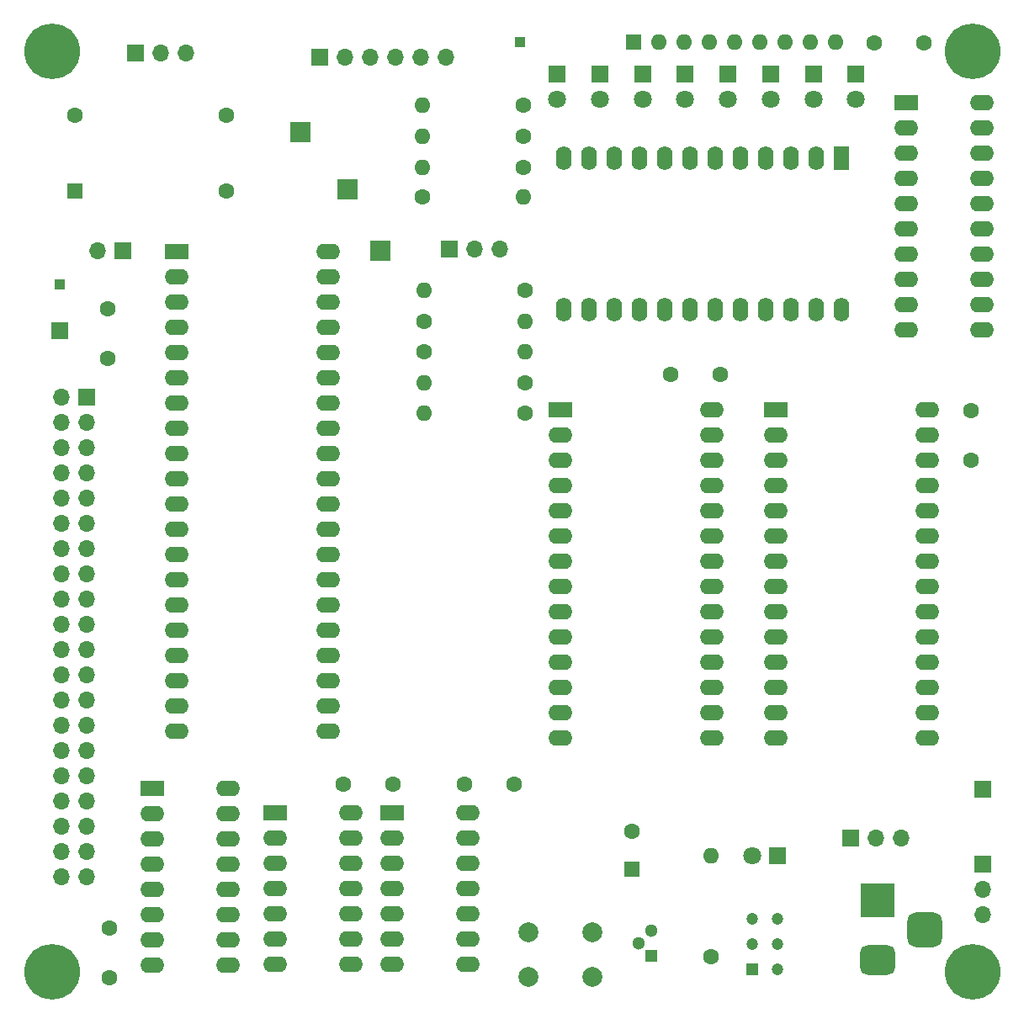
<source format=gts>
G04 #@! TF.GenerationSoftware,KiCad,Pcbnew,(6.0.8-1)-1*
G04 #@! TF.CreationDate,2022-10-22T00:17:54-05:00*
G04 #@! TF.ProjectId,YAsixtyfive02,59417369-7874-4796-9669-766530322e6b,rev?*
G04 #@! TF.SameCoordinates,Original*
G04 #@! TF.FileFunction,Soldermask,Top*
G04 #@! TF.FilePolarity,Negative*
%FSLAX46Y46*%
G04 Gerber Fmt 4.6, Leading zero omitted, Abs format (unit mm)*
G04 Created by KiCad (PCBNEW (6.0.8-1)-1) date 2022-10-22 00:17:54*
%MOMM*%
%LPD*%
G01*
G04 APERTURE LIST*
G04 Aperture macros list*
%AMRoundRect*
0 Rectangle with rounded corners*
0 $1 Rounding radius*
0 $2 $3 $4 $5 $6 $7 $8 $9 X,Y pos of 4 corners*
0 Add a 4 corners polygon primitive as box body*
4,1,4,$2,$3,$4,$5,$6,$7,$8,$9,$2,$3,0*
0 Add four circle primitives for the rounded corners*
1,1,$1+$1,$2,$3*
1,1,$1+$1,$4,$5*
1,1,$1+$1,$6,$7*
1,1,$1+$1,$8,$9*
0 Add four rect primitives between the rounded corners*
20,1,$1+$1,$2,$3,$4,$5,0*
20,1,$1+$1,$4,$5,$6,$7,0*
20,1,$1+$1,$6,$7,$8,$9,0*
20,1,$1+$1,$8,$9,$2,$3,0*%
G04 Aperture macros list end*
%ADD10R,1.600000X1.600000*%
%ADD11C,1.600000*%
%ADD12R,1.800000X1.800000*%
%ADD13C,1.800000*%
%ADD14C,3.600000*%
%ADD15C,5.600000*%
%ADD16R,1.700000X1.700000*%
%ADD17O,1.700000X1.700000*%
%ADD18O,1.600000X1.600000*%
%ADD19R,2.000000X2.000000*%
%ADD20R,1.300000X1.300000*%
%ADD21C,1.300000*%
%ADD22R,2.400000X1.600000*%
%ADD23O,2.400000X1.600000*%
%ADD24C,2.000000*%
%ADD25R,1.600000X2.400000*%
%ADD26O,1.600000X2.400000*%
%ADD27R,3.500000X3.500000*%
%ADD28RoundRect,0.750000X1.000000X-0.750000X1.000000X0.750000X-1.000000X0.750000X-1.000000X-0.750000X0*%
%ADD29RoundRect,0.875000X0.875000X-0.875000X0.875000X0.875000X-0.875000X0.875000X-0.875000X-0.875000X0*%
%ADD30R,1.000000X1.000000*%
%ADD31R,1.200000X1.200000*%
%ADD32C,1.200000*%
G04 APERTURE END LIST*
D10*
X92989400Y-135940051D03*
D11*
X92989400Y-132140051D03*
X63921000Y-127431800D03*
X68921000Y-127431800D03*
X76123800Y-127431800D03*
X81123800Y-127431800D03*
X40411400Y-141899000D03*
X40411400Y-146899000D03*
D12*
X107645200Y-134620000D03*
D13*
X105105200Y-134620000D03*
D14*
X127254000Y-146304000D03*
D15*
X127254000Y-146304000D03*
D14*
X127254000Y-53721000D03*
D15*
X127254000Y-53721000D03*
D14*
X34671000Y-146304000D03*
D15*
X34671000Y-146304000D03*
D16*
X43061600Y-53829200D03*
D17*
X45601600Y-53829200D03*
X48141600Y-53829200D03*
D16*
X38164400Y-88509200D03*
D17*
X35624400Y-88509200D03*
X38164400Y-91049200D03*
X35624400Y-91049200D03*
X38164400Y-93589200D03*
X35624400Y-93589200D03*
X38164400Y-96129200D03*
X35624400Y-96129200D03*
X38164400Y-98669200D03*
X35624400Y-98669200D03*
X38164400Y-101209200D03*
X35624400Y-101209200D03*
X38164400Y-103749200D03*
X35624400Y-103749200D03*
X38164400Y-106289200D03*
X35624400Y-106289200D03*
X38164400Y-108829200D03*
X35624400Y-108829200D03*
X38164400Y-111369200D03*
X35624400Y-111369200D03*
X38164400Y-113909200D03*
X35624400Y-113909200D03*
X38164400Y-116449200D03*
X35624400Y-116449200D03*
X38164400Y-118989200D03*
X35624400Y-118989200D03*
X38164400Y-121529200D03*
X35624400Y-121529200D03*
X38164400Y-124069200D03*
X35624400Y-124069200D03*
X38164400Y-126609200D03*
X35624400Y-126609200D03*
X38164400Y-129149200D03*
X35624400Y-129149200D03*
X38164400Y-131689200D03*
X35624400Y-131689200D03*
X38164400Y-134229200D03*
X35624400Y-134229200D03*
X38164400Y-136769200D03*
X35624400Y-136769200D03*
D16*
X41761600Y-73729200D03*
D17*
X39221600Y-73729200D03*
D11*
X100939600Y-144805400D03*
D18*
X100939600Y-134645400D03*
D19*
X67665600Y-73710800D03*
D20*
X94961600Y-144729200D03*
D21*
X93691600Y-143459200D03*
X94961600Y-142189200D03*
D14*
X34671000Y-53721000D03*
D15*
X34671000Y-53721000D03*
D22*
X47167800Y-73812400D03*
D23*
X47167800Y-76352400D03*
X47167800Y-78892400D03*
X47167800Y-81432400D03*
X47167800Y-83972400D03*
X47167800Y-86512400D03*
X47167800Y-89052400D03*
X47167800Y-91592400D03*
X47167800Y-94132400D03*
X47167800Y-96672400D03*
X47167800Y-99212400D03*
X47167800Y-101752400D03*
X47167800Y-104292400D03*
X47167800Y-106832400D03*
X47167800Y-109372400D03*
X47167800Y-111912400D03*
X47167800Y-114452400D03*
X47167800Y-116992400D03*
X47167800Y-119532400D03*
X47167800Y-122072400D03*
X62407800Y-122072400D03*
X62407800Y-119532400D03*
X62407800Y-116992400D03*
X62407800Y-114452400D03*
X62407800Y-111912400D03*
X62407800Y-109372400D03*
X62407800Y-106832400D03*
X62407800Y-104292400D03*
X62407800Y-101752400D03*
X62407800Y-99212400D03*
X62407800Y-96672400D03*
X62407800Y-94132400D03*
X62407800Y-91592400D03*
X62407800Y-89052400D03*
X62407800Y-86512400D03*
X62407800Y-83972400D03*
X62407800Y-81432400D03*
X62407800Y-78892400D03*
X62407800Y-76352400D03*
X62407800Y-73812400D03*
D16*
X128320800Y-127914400D03*
X128270000Y-135483600D03*
D17*
X128270000Y-138023600D03*
X128270000Y-140563600D03*
D11*
X40261600Y-84629200D03*
X40261600Y-79629200D03*
D10*
X36931600Y-67716400D03*
D11*
X52171600Y-67716400D03*
X52171600Y-60096400D03*
X36931600Y-60096400D03*
D19*
X59661600Y-61829200D03*
D24*
X82561600Y-142329200D03*
X89061600Y-142329200D03*
X82561600Y-146829200D03*
X89061600Y-146829200D03*
D16*
X61569600Y-54279800D03*
D17*
X64109600Y-54279800D03*
X66649600Y-54279800D03*
X69189600Y-54279800D03*
X71729600Y-54279800D03*
X74269600Y-54279800D03*
D11*
X82042000Y-62229200D03*
D18*
X71882000Y-62229200D03*
D11*
X82061600Y-65329200D03*
D18*
X71901600Y-65329200D03*
D11*
X71932800Y-68329200D03*
D18*
X82092800Y-68329200D03*
D25*
X114046000Y-64439800D03*
D26*
X111506000Y-64439800D03*
X108966000Y-64439800D03*
X106426000Y-64439800D03*
X103886000Y-64439800D03*
X101346000Y-64439800D03*
X98806000Y-64439800D03*
X96266000Y-64439800D03*
X93726000Y-64439800D03*
X91186000Y-64439800D03*
X88646000Y-64439800D03*
X86106000Y-64439800D03*
X86106000Y-79679800D03*
X88646000Y-79679800D03*
X91186000Y-79679800D03*
X93726000Y-79679800D03*
X96266000Y-79679800D03*
X98806000Y-79679800D03*
X101346000Y-79679800D03*
X103886000Y-79679800D03*
X106426000Y-79679800D03*
X108966000Y-79679800D03*
X111506000Y-79679800D03*
X114046000Y-79679800D03*
D11*
X82042000Y-59129200D03*
D18*
X71882000Y-59129200D03*
D22*
X85826600Y-89789000D03*
D23*
X85826600Y-92329000D03*
X85826600Y-94869000D03*
X85826600Y-97409000D03*
X85826600Y-99949000D03*
X85826600Y-102489000D03*
X85826600Y-105029000D03*
X85826600Y-107569000D03*
X85826600Y-110109000D03*
X85826600Y-112649000D03*
X85826600Y-115189000D03*
X85826600Y-117729000D03*
X85826600Y-120269000D03*
X85826600Y-122809000D03*
X101066600Y-122809000D03*
X101066600Y-120269000D03*
X101066600Y-117729000D03*
X101066600Y-115189000D03*
X101066600Y-112649000D03*
X101066600Y-110109000D03*
X101066600Y-107569000D03*
X101066600Y-105029000D03*
X101066600Y-102489000D03*
X101066600Y-99949000D03*
X101066600Y-97409000D03*
X101066600Y-94869000D03*
X101066600Y-92329000D03*
X101066600Y-89789000D03*
D22*
X107467400Y-89789000D03*
D23*
X107467400Y-92329000D03*
X107467400Y-94869000D03*
X107467400Y-97409000D03*
X107467400Y-99949000D03*
X107467400Y-102489000D03*
X107467400Y-105029000D03*
X107467400Y-107569000D03*
X107467400Y-110109000D03*
X107467400Y-112649000D03*
X107467400Y-115189000D03*
X107467400Y-117729000D03*
X107467400Y-120269000D03*
X107467400Y-122809000D03*
X122707400Y-122809000D03*
X122707400Y-120269000D03*
X122707400Y-117729000D03*
X122707400Y-115189000D03*
X122707400Y-112649000D03*
X122707400Y-110109000D03*
X122707400Y-107569000D03*
X122707400Y-105029000D03*
X122707400Y-102489000D03*
X122707400Y-99949000D03*
X122707400Y-97409000D03*
X122707400Y-94869000D03*
X122707400Y-92329000D03*
X122707400Y-89789000D03*
D11*
X101861600Y-86229200D03*
X96861600Y-86229200D03*
X127152400Y-89829000D03*
X127152400Y-94829000D03*
D27*
X117736700Y-139084800D03*
D28*
X117736700Y-145084800D03*
D29*
X122436700Y-142084800D03*
D11*
X122361600Y-52829200D03*
X117361600Y-52829200D03*
X82270600Y-87029200D03*
D18*
X72110600Y-87029200D03*
D11*
X72110600Y-80829200D03*
D18*
X82270600Y-80829200D03*
D11*
X72085200Y-83929200D03*
D18*
X82245200Y-83929200D03*
D11*
X82261600Y-90129200D03*
D18*
X72101600Y-90129200D03*
D10*
X93161600Y-52755800D03*
D18*
X95701600Y-52755800D03*
X98241600Y-52755800D03*
X100781600Y-52755800D03*
X103321600Y-52755800D03*
X105861600Y-52755800D03*
X108401600Y-52755800D03*
X110941600Y-52755800D03*
X113481600Y-52755800D03*
D11*
X82270600Y-77729200D03*
D18*
X72110600Y-77729200D03*
D30*
X35461600Y-77129200D03*
D12*
X89761600Y-56000000D03*
D13*
X89761600Y-58540000D03*
D12*
X111261600Y-56000000D03*
D13*
X111261600Y-58540000D03*
D12*
X115561600Y-56000000D03*
D13*
X115561600Y-58540000D03*
D22*
X44704000Y-127829200D03*
D23*
X44704000Y-130369200D03*
X44704000Y-132909200D03*
X44704000Y-135449200D03*
X44704000Y-137989200D03*
X44704000Y-140529200D03*
X44704000Y-143069200D03*
X44704000Y-145609200D03*
X52324000Y-145609200D03*
X52324000Y-143069200D03*
X52324000Y-140529200D03*
X52324000Y-137989200D03*
X52324000Y-135449200D03*
X52324000Y-132909200D03*
X52324000Y-130369200D03*
X52324000Y-127829200D03*
D12*
X106961600Y-56000000D03*
D13*
X106961600Y-58540000D03*
D22*
X68861600Y-130304200D03*
D23*
X68861600Y-132844200D03*
X68861600Y-135384200D03*
X68861600Y-137924200D03*
X68861600Y-140464200D03*
X68861600Y-143004200D03*
X68861600Y-145544200D03*
X76481600Y-145544200D03*
X76481600Y-143004200D03*
X76481600Y-140464200D03*
X76481600Y-137924200D03*
X76481600Y-135384200D03*
X76481600Y-132844200D03*
X76481600Y-130304200D03*
D16*
X35461600Y-81829200D03*
X74611600Y-73579200D03*
D17*
X77151600Y-73579200D03*
X79691600Y-73579200D03*
D12*
X102661600Y-56000000D03*
D13*
X102661600Y-58540000D03*
D19*
X64361600Y-67529200D03*
D30*
X81761600Y-52729200D03*
D22*
X120611600Y-58879200D03*
D23*
X120611600Y-61419200D03*
X120611600Y-63959200D03*
X120611600Y-66499200D03*
X120611600Y-69039200D03*
X120611600Y-71579200D03*
X120611600Y-74119200D03*
X120611600Y-76659200D03*
X120611600Y-79199200D03*
X120611600Y-81739200D03*
X128231600Y-81739200D03*
X128231600Y-79199200D03*
X128231600Y-76659200D03*
X128231600Y-74119200D03*
X128231600Y-71579200D03*
X128231600Y-69039200D03*
X128231600Y-66499200D03*
X128231600Y-63959200D03*
X128231600Y-61419200D03*
X128231600Y-58879200D03*
D22*
X57111600Y-130304200D03*
D23*
X57111600Y-132844200D03*
X57111600Y-135384200D03*
X57111600Y-137924200D03*
X57111600Y-140464200D03*
X57111600Y-143004200D03*
X57111600Y-145544200D03*
X64731600Y-145544200D03*
X64731600Y-143004200D03*
X64731600Y-140464200D03*
X64731600Y-137924200D03*
X64731600Y-135384200D03*
X64731600Y-132844200D03*
X64731600Y-130304200D03*
D16*
X115051600Y-132829200D03*
D17*
X117591600Y-132829200D03*
X120131600Y-132829200D03*
D12*
X98361600Y-56000000D03*
D13*
X98361600Y-58540000D03*
D12*
X85461600Y-56000000D03*
D13*
X85461600Y-58540000D03*
D12*
X94061600Y-56000000D03*
D13*
X94061600Y-58540000D03*
D31*
X105105200Y-146075400D03*
D32*
X105105200Y-143535400D03*
X105105200Y-140995400D03*
X107645200Y-146075400D03*
X107645200Y-143535400D03*
X107645200Y-140995400D03*
M02*

</source>
